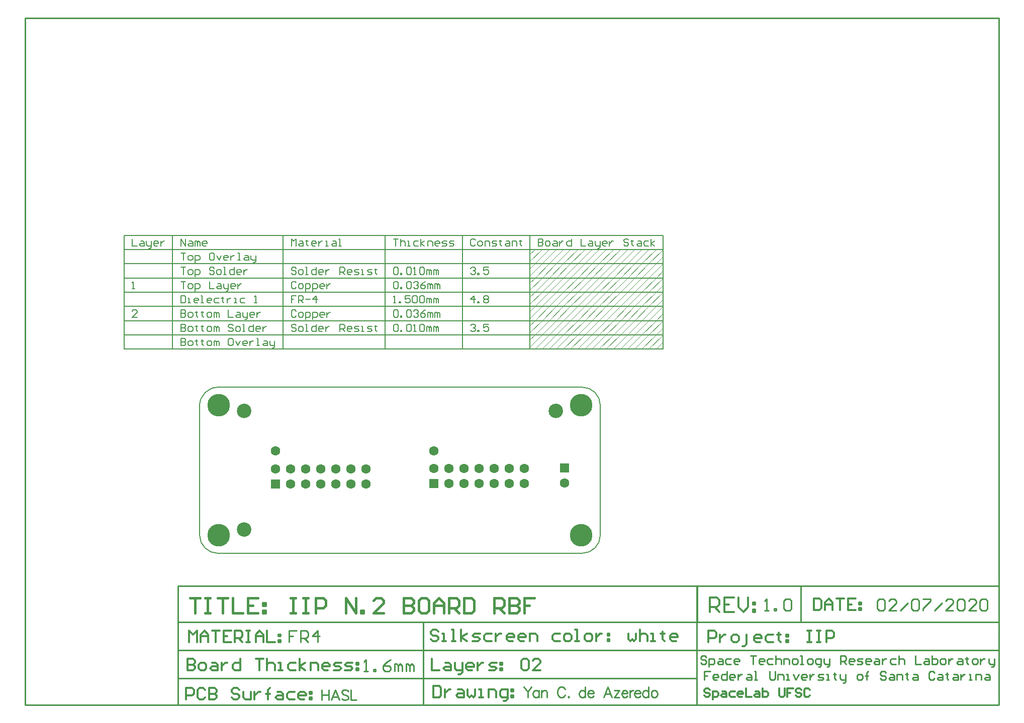
<source format=gts>
G04*
G04 #@! TF.GenerationSoftware,Altium Limited,Altium Designer,20.2.6 (244)*
G04*
G04 Layer_Color=8388736*
%FSLAX25Y25*%
%MOIN*%
G70*
G04*
G04 #@! TF.SameCoordinates,BC087348-C804-4798-9038-869343D915B4*
G04*
G04*
G04 #@! TF.FilePolarity,Negative*
G04*
G01*
G75*
%ADD10C,0.00787*%
%ADD11C,0.01000*%
%ADD14C,0.00100*%
%ADD15C,0.01378*%
%ADD16C,0.01575*%
%ADD17C,0.01299*%
%ADD19C,0.03594*%
%ADD20C,0.06299*%
%ADD21C,0.14961*%
%ADD22R,0.06299X0.06299*%
%ADD23R,0.06299X0.06299*%
G36*
X239421Y97388D02*
X240521Y94488D01*
X239421Y91388D01*
X236221Y90188D01*
X233120Y91388D01*
X231921Y94488D01*
X233120Y97588D01*
X236221Y98788D01*
X239421Y97388D01*
D02*
G37*
G36*
X32728Y97388D02*
X33828Y94488D01*
X32728Y91388D01*
X29528Y90188D01*
X26428Y91388D01*
X25228Y94488D01*
X26428Y97588D01*
X29528Y98788D01*
X32728Y97388D01*
D02*
G37*
G36*
X32728Y18648D02*
X33828Y15748D01*
X32728Y12648D01*
X29528Y11448D01*
X26428Y12648D01*
X25228Y15748D01*
X26428Y18848D01*
X29528Y20048D01*
X32728Y18648D01*
D02*
G37*
D10*
X0Y12067D02*
G03*
X12067Y0I12067J0D01*
G01*
X253681D02*
G03*
X265748Y12067I0J12067D01*
G01*
Y98264D02*
G03*
X253776Y110236I-11972J0D01*
G01*
X12359D02*
G03*
X0Y97877I0J-12359D01*
G01*
Y12067D02*
Y54331D01*
X12067Y0D02*
X253681D01*
X265748Y12067D02*
Y98264D01*
X12359Y110236D02*
X253776D01*
X0Y54331D02*
Y97877D01*
X-50128Y201648D02*
X307259D01*
X-50128Y211097D02*
X307259D01*
X-50128Y135506D02*
Y211097D01*
Y135506D02*
X-17851D01*
X-50128Y144955D02*
X-17851D01*
X-50128Y154404D02*
X-17851D01*
X-50128Y163853D02*
X-17851D01*
X-50128Y173302D02*
X-17851D01*
X-50128Y182751D02*
X-17851D01*
X-50128Y192199D02*
X-17851D01*
Y135506D02*
Y211097D01*
Y135506D02*
X55357D01*
X-17851Y144955D02*
X55357D01*
X-17851Y154404D02*
X55357D01*
X-17851Y163853D02*
X55357D01*
X-17851Y173302D02*
X55357D01*
X-17851Y182751D02*
X55357D01*
X-17851Y192199D02*
X55357D01*
Y135506D02*
Y211097D01*
Y135506D02*
X123055D01*
X55357Y144955D02*
X123055D01*
X55357Y154404D02*
X123055D01*
X55357Y163853D02*
X123055D01*
X55357Y173302D02*
X123055D01*
X55357Y182751D02*
X123055D01*
X55357Y192199D02*
X123055D01*
Y135506D02*
Y211097D01*
Y135506D02*
X174224D01*
X123055Y144955D02*
X174224D01*
X123055Y154404D02*
X174224D01*
X123055Y163853D02*
X174224D01*
X123055Y173302D02*
X174224D01*
X123055Y182751D02*
X174224D01*
X123055Y192199D02*
X174224D01*
Y135506D02*
Y211097D01*
Y135506D02*
X219094D01*
X174224Y144955D02*
X219094D01*
X174224Y154404D02*
X219094D01*
X174224Y163853D02*
X219094D01*
X174224Y173302D02*
X219094D01*
X174224Y182751D02*
X219094D01*
X174224Y192199D02*
X219094D01*
Y135506D02*
Y211097D01*
Y135506D02*
X307259D01*
X219094Y144955D02*
X307259D01*
X219094Y154404D02*
X307259D01*
X219094Y163853D02*
X307259D01*
X219094Y173302D02*
X307259D01*
X219094Y182751D02*
X307259D01*
X219094Y192199D02*
X307259D01*
Y135506D02*
Y211097D01*
X-44616Y208733D02*
Y204010D01*
X-41467D01*
X-39106Y207159D02*
X-37531D01*
X-36744Y206372D01*
Y204010D01*
X-39106D01*
X-39893Y204798D01*
X-39106Y205585D01*
X-36744D01*
X-35170Y207159D02*
Y204798D01*
X-34383Y204010D01*
X-32021D01*
Y203223D01*
X-32809Y202436D01*
X-33596D01*
X-32021Y204010D02*
Y207159D01*
X-28086Y204010D02*
X-29660D01*
X-30447Y204798D01*
Y206372D01*
X-29660Y207159D01*
X-28086D01*
X-27299Y206372D01*
Y205585D01*
X-30447D01*
X-25724Y207159D02*
Y204010D01*
Y205585D01*
X-24937Y206372D01*
X-24150Y207159D01*
X-23363D01*
X-41467Y156766D02*
X-44616D01*
X-41467Y159915D01*
Y160702D01*
X-42254Y161489D01*
X-43829D01*
X-44616Y160702D01*
Y175664D02*
X-43041D01*
X-43829D01*
Y180387D01*
X-44616Y179600D01*
X-12339Y204010D02*
Y208733D01*
X-9191Y204010D01*
Y208733D01*
X-6829Y207159D02*
X-5255D01*
X-4468Y206372D01*
Y204010D01*
X-6829D01*
X-7616Y204798D01*
X-6829Y205585D01*
X-4468D01*
X-2893Y204010D02*
Y207159D01*
X-2106D01*
X-1319Y206372D01*
Y204010D01*
Y206372D01*
X-532Y207159D01*
X255Y206372D01*
Y204010D01*
X4191D02*
X2617D01*
X1829Y204798D01*
Y206372D01*
X2617Y207159D01*
X4191D01*
X4978Y206372D01*
Y205585D01*
X1829D01*
X-12339Y142592D02*
Y137869D01*
X-9978D01*
X-9191Y138656D01*
Y139443D01*
X-9978Y140230D01*
X-12339D01*
X-9978D01*
X-9191Y141017D01*
Y141805D01*
X-9978Y142592D01*
X-12339D01*
X-6829Y137869D02*
X-5255D01*
X-4468Y138656D01*
Y140230D01*
X-5255Y141017D01*
X-6829D01*
X-7616Y140230D01*
Y138656D01*
X-6829Y137869D01*
X-2106Y141805D02*
Y141017D01*
X-2893D01*
X-1319D01*
X-2106D01*
Y138656D01*
X-1319Y137869D01*
X1829Y141805D02*
Y141017D01*
X1042D01*
X2617D01*
X1829D01*
Y138656D01*
X2617Y137869D01*
X5765D02*
X7339D01*
X8127Y138656D01*
Y140230D01*
X7339Y141017D01*
X5765D01*
X4978Y140230D01*
Y138656D01*
X5765Y137869D01*
X9701D02*
Y141017D01*
X10488D01*
X11275Y140230D01*
Y137869D01*
Y140230D01*
X12062Y141017D01*
X12849Y140230D01*
Y137869D01*
X21508Y142592D02*
X19934D01*
X19147Y141805D01*
Y138656D01*
X19934Y137869D01*
X21508D01*
X22295Y138656D01*
Y141805D01*
X21508Y142592D01*
X23870Y141017D02*
X25444Y137869D01*
X27018Y141017D01*
X30954Y137869D02*
X29380D01*
X28593Y138656D01*
Y140230D01*
X29380Y141017D01*
X30954D01*
X31741Y140230D01*
Y139443D01*
X28593D01*
X33315Y141017D02*
Y137869D01*
Y139443D01*
X34102Y140230D01*
X34890Y141017D01*
X35677D01*
X38038Y137869D02*
X39612D01*
X38825D01*
Y142592D01*
X38038D01*
X42761Y141017D02*
X44335D01*
X45123Y140230D01*
Y137869D01*
X42761D01*
X41974Y138656D01*
X42761Y139443D01*
X45123D01*
X46697Y141017D02*
Y138656D01*
X47484Y137869D01*
X49845D01*
Y137082D01*
X49058Y136294D01*
X48271D01*
X49845Y137869D02*
Y141017D01*
X-12339Y152040D02*
Y147318D01*
X-9978D01*
X-9191Y148105D01*
Y148892D01*
X-9978Y149679D01*
X-12339D01*
X-9978D01*
X-9191Y150466D01*
Y151253D01*
X-9978Y152040D01*
X-12339D01*
X-6829Y147318D02*
X-5255D01*
X-4468Y148105D01*
Y149679D01*
X-5255Y150466D01*
X-6829D01*
X-7616Y149679D01*
Y148105D01*
X-6829Y147318D01*
X-2106Y151253D02*
Y150466D01*
X-2893D01*
X-1319D01*
X-2106D01*
Y148105D01*
X-1319Y147318D01*
X1829Y151253D02*
Y150466D01*
X1042D01*
X2617D01*
X1829D01*
Y148105D01*
X2617Y147318D01*
X5765D02*
X7339D01*
X8127Y148105D01*
Y149679D01*
X7339Y150466D01*
X5765D01*
X4978Y149679D01*
Y148105D01*
X5765Y147318D01*
X9701D02*
Y150466D01*
X10488D01*
X11275Y149679D01*
Y147318D01*
Y149679D01*
X12062Y150466D01*
X12849Y149679D01*
Y147318D01*
X22295Y151253D02*
X21508Y152040D01*
X19934D01*
X19147Y151253D01*
Y150466D01*
X19934Y149679D01*
X21508D01*
X22295Y148892D01*
Y148105D01*
X21508Y147318D01*
X19934D01*
X19147Y148105D01*
X24657Y147318D02*
X26231D01*
X27018Y148105D01*
Y149679D01*
X26231Y150466D01*
X24657D01*
X23870Y149679D01*
Y148105D01*
X24657Y147318D01*
X28593D02*
X30167D01*
X29380D01*
Y152040D01*
X28593D01*
X35677D02*
Y147318D01*
X33315D01*
X32528Y148105D01*
Y149679D01*
X33315Y150466D01*
X35677D01*
X39612Y147318D02*
X38038D01*
X37251Y148105D01*
Y149679D01*
X38038Y150466D01*
X39612D01*
X40400Y149679D01*
Y148892D01*
X37251D01*
X41974Y150466D02*
Y147318D01*
Y148892D01*
X42761Y149679D01*
X43548Y150466D01*
X44335D01*
X-12339Y161489D02*
Y156766D01*
X-9978D01*
X-9191Y157554D01*
Y158341D01*
X-9978Y159128D01*
X-12339D01*
X-9978D01*
X-9191Y159915D01*
Y160702D01*
X-9978Y161489D01*
X-12339D01*
X-6829Y156766D02*
X-5255D01*
X-4468Y157554D01*
Y159128D01*
X-5255Y159915D01*
X-6829D01*
X-7616Y159128D01*
Y157554D01*
X-6829Y156766D01*
X-2106Y160702D02*
Y159915D01*
X-2893D01*
X-1319D01*
X-2106D01*
Y157554D01*
X-1319Y156766D01*
X1829Y160702D02*
Y159915D01*
X1042D01*
X2617D01*
X1829D01*
Y157554D01*
X2617Y156766D01*
X5765D02*
X7339D01*
X8127Y157554D01*
Y159128D01*
X7339Y159915D01*
X5765D01*
X4978Y159128D01*
Y157554D01*
X5765Y156766D01*
X9701D02*
Y159915D01*
X10488D01*
X11275Y159128D01*
Y156766D01*
Y159128D01*
X12062Y159915D01*
X12849Y159128D01*
Y156766D01*
X19147Y161489D02*
Y156766D01*
X22295D01*
X24657Y159915D02*
X26231D01*
X27018Y159128D01*
Y156766D01*
X24657D01*
X23870Y157554D01*
X24657Y158341D01*
X27018D01*
X28593Y159915D02*
Y157554D01*
X29380Y156766D01*
X31741D01*
Y155979D01*
X30954Y155192D01*
X30167D01*
X31741Y156766D02*
Y159915D01*
X35677Y156766D02*
X34102D01*
X33315Y157554D01*
Y159128D01*
X34102Y159915D01*
X35677D01*
X36464Y159128D01*
Y158341D01*
X33315D01*
X38038Y159915D02*
Y156766D01*
Y158341D01*
X38825Y159128D01*
X39612Y159915D01*
X40400D01*
X-12339Y170938D02*
Y166215D01*
X-9978D01*
X-9191Y167002D01*
Y170151D01*
X-9978Y170938D01*
X-12339D01*
X-7616Y166215D02*
X-6042D01*
X-6829D01*
Y169364D01*
X-7616D01*
X-1319Y166215D02*
X-2893D01*
X-3681Y167002D01*
Y168577D01*
X-2893Y169364D01*
X-1319D01*
X-532Y168577D01*
Y167789D01*
X-3681D01*
X1042Y166215D02*
X2617D01*
X1829D01*
Y170938D01*
X1042D01*
X7339Y166215D02*
X5765D01*
X4978Y167002D01*
Y168577D01*
X5765Y169364D01*
X7339D01*
X8127Y168577D01*
Y167789D01*
X4978D01*
X12849Y169364D02*
X10488D01*
X9701Y168577D01*
Y167002D01*
X10488Y166215D01*
X12849D01*
X15211Y170151D02*
Y169364D01*
X14424D01*
X15998D01*
X15211D01*
Y167002D01*
X15998Y166215D01*
X18360Y169364D02*
Y166215D01*
Y167789D01*
X19147Y168577D01*
X19934Y169364D01*
X20721D01*
X23083Y166215D02*
X24657D01*
X23870D01*
Y169364D01*
X23083D01*
X30167D02*
X27805D01*
X27018Y168577D01*
Y167002D01*
X27805Y166215D01*
X30167D01*
X36464D02*
X38038D01*
X37251D01*
Y170938D01*
X36464Y170151D01*
X-12339Y180387D02*
X-9191D01*
X-10765D01*
Y175664D01*
X-6829D02*
X-5255D01*
X-4468Y176451D01*
Y178025D01*
X-5255Y178813D01*
X-6829D01*
X-7616Y178025D01*
Y176451D01*
X-6829Y175664D01*
X-2893Y174090D02*
Y178813D01*
X-532D01*
X255Y178025D01*
Y176451D01*
X-532Y175664D01*
X-2893D01*
X6552Y180387D02*
Y175664D01*
X9701D01*
X12062Y178813D02*
X13637D01*
X14424Y178025D01*
Y175664D01*
X12062D01*
X11275Y176451D01*
X12062Y177238D01*
X14424D01*
X15998Y178813D02*
Y176451D01*
X16785Y175664D01*
X19147D01*
Y174877D01*
X18360Y174090D01*
X17572D01*
X19147Y175664D02*
Y178813D01*
X23082Y175664D02*
X21508D01*
X20721Y176451D01*
Y178025D01*
X21508Y178813D01*
X23082D01*
X23870Y178025D01*
Y177238D01*
X20721D01*
X25444Y178813D02*
Y175664D01*
Y177238D01*
X26231Y178025D01*
X27018Y178813D01*
X27805D01*
X-12339Y189836D02*
X-9191D01*
X-10765D01*
Y185113D01*
X-6829D02*
X-5255D01*
X-4468Y185900D01*
Y187474D01*
X-5255Y188261D01*
X-6829D01*
X-7616Y187474D01*
Y185900D01*
X-6829Y185113D01*
X-2893Y183538D02*
Y188261D01*
X-532D01*
X255Y187474D01*
Y185900D01*
X-532Y185113D01*
X-2893D01*
X9701Y189049D02*
X8914Y189836D01*
X7339D01*
X6552Y189049D01*
Y188261D01*
X7339Y187474D01*
X8914D01*
X9701Y186687D01*
Y185900D01*
X8914Y185113D01*
X7339D01*
X6552Y185900D01*
X12062Y185113D02*
X13637D01*
X14424Y185900D01*
Y187474D01*
X13637Y188261D01*
X12062D01*
X11275Y187474D01*
Y185900D01*
X12062Y185113D01*
X15998D02*
X17572D01*
X16785D01*
Y189836D01*
X15998D01*
X23083D02*
Y185113D01*
X20721D01*
X19934Y185900D01*
Y187474D01*
X20721Y188261D01*
X23083D01*
X27018Y185113D02*
X25444D01*
X24657Y185900D01*
Y187474D01*
X25444Y188261D01*
X27018D01*
X27805Y187474D01*
Y186687D01*
X24657D01*
X29380Y188261D02*
Y185113D01*
Y186687D01*
X30167Y187474D01*
X30954Y188261D01*
X31741D01*
X-12339Y199285D02*
X-9191D01*
X-10765D01*
Y194562D01*
X-6829D02*
X-5255D01*
X-4468Y195349D01*
Y196923D01*
X-5255Y197710D01*
X-6829D01*
X-7616Y196923D01*
Y195349D01*
X-6829Y194562D01*
X-2893Y192987D02*
Y197710D01*
X-532D01*
X255Y196923D01*
Y195349D01*
X-532Y194562D01*
X-2893D01*
X8914Y199285D02*
X7339D01*
X6552Y198497D01*
Y195349D01*
X7339Y194562D01*
X8914D01*
X9701Y195349D01*
Y198497D01*
X8914Y199285D01*
X11275Y197710D02*
X12849Y194562D01*
X14424Y197710D01*
X18360Y194562D02*
X16785D01*
X15998Y195349D01*
Y196923D01*
X16785Y197710D01*
X18360D01*
X19147Y196923D01*
Y196136D01*
X15998D01*
X20721Y197710D02*
Y194562D01*
Y196136D01*
X21508Y196923D01*
X22295Y197710D01*
X23082D01*
X25444Y194562D02*
X27018D01*
X26231D01*
Y199285D01*
X25444D01*
X30167Y197710D02*
X31741D01*
X32528Y196923D01*
Y194562D01*
X30167D01*
X29380Y195349D01*
X30167Y196136D01*
X32528D01*
X34102Y197710D02*
Y195349D01*
X34890Y194562D01*
X37251D01*
Y193774D01*
X36464Y192987D01*
X35677D01*
X37251Y194562D02*
Y197710D01*
X60869Y204010D02*
Y208733D01*
X62443Y207159D01*
X64018Y208733D01*
Y204010D01*
X66379Y207159D02*
X67953D01*
X68740Y206372D01*
Y204010D01*
X66379D01*
X65592Y204798D01*
X66379Y205585D01*
X68740D01*
X71102Y207946D02*
Y207159D01*
X70315D01*
X71889D01*
X71102D01*
Y204798D01*
X71889Y204010D01*
X76612D02*
X75038D01*
X74251Y204798D01*
Y206372D01*
X75038Y207159D01*
X76612D01*
X77399Y206372D01*
Y205585D01*
X74251D01*
X78974Y207159D02*
Y204010D01*
Y205585D01*
X79761Y206372D01*
X80548Y207159D01*
X81335D01*
X83696Y204010D02*
X85271D01*
X84483D01*
Y207159D01*
X83696D01*
X88419D02*
X89994D01*
X90781Y206372D01*
Y204010D01*
X88419D01*
X87632Y204798D01*
X88419Y205585D01*
X90781D01*
X92355Y204010D02*
X93929D01*
X93142D01*
Y208733D01*
X92355D01*
X64018Y151253D02*
X63231Y152040D01*
X61656D01*
X60869Y151253D01*
Y150466D01*
X61656Y149679D01*
X63231D01*
X64018Y148892D01*
Y148105D01*
X63231Y147318D01*
X61656D01*
X60869Y148105D01*
X66379Y147318D02*
X67953D01*
X68740Y148105D01*
Y149679D01*
X67953Y150466D01*
X66379D01*
X65592Y149679D01*
Y148105D01*
X66379Y147318D01*
X70315D02*
X71889D01*
X71102D01*
Y152040D01*
X70315D01*
X77399D02*
Y147318D01*
X75038D01*
X74251Y148105D01*
Y149679D01*
X75038Y150466D01*
X77399D01*
X81335Y147318D02*
X79761D01*
X78974Y148105D01*
Y149679D01*
X79761Y150466D01*
X81335D01*
X82122Y149679D01*
Y148892D01*
X78974D01*
X83696Y150466D02*
Y147318D01*
Y148892D01*
X84483Y149679D01*
X85271Y150466D01*
X86058D01*
X93142Y147318D02*
Y152040D01*
X95503D01*
X96291Y151253D01*
Y149679D01*
X95503Y148892D01*
X93142D01*
X94716D02*
X96291Y147318D01*
X100226D02*
X98652D01*
X97865Y148105D01*
Y149679D01*
X98652Y150466D01*
X100226D01*
X101014Y149679D01*
Y148892D01*
X97865D01*
X102588Y147318D02*
X104949D01*
X105736Y148105D01*
X104949Y148892D01*
X103375D01*
X102588Y149679D01*
X103375Y150466D01*
X105736D01*
X107311Y147318D02*
X108885D01*
X108098D01*
Y150466D01*
X107311D01*
X111247Y147318D02*
X113608D01*
X114395Y148105D01*
X113608Y148892D01*
X112034D01*
X111247Y149679D01*
X112034Y150466D01*
X114395D01*
X116756Y151253D02*
Y150466D01*
X115969D01*
X117544D01*
X116756D01*
Y148105D01*
X117544Y147318D01*
X64018Y160702D02*
X63231Y161489D01*
X61656D01*
X60869Y160702D01*
Y157554D01*
X61656Y156766D01*
X63231D01*
X64018Y157554D01*
X66379Y156766D02*
X67953D01*
X68740Y157554D01*
Y159128D01*
X67953Y159915D01*
X66379D01*
X65592Y159128D01*
Y157554D01*
X66379Y156766D01*
X70315Y155192D02*
Y159915D01*
X72676D01*
X73463Y159128D01*
Y157554D01*
X72676Y156766D01*
X70315D01*
X75038Y155192D02*
Y159915D01*
X77399D01*
X78186Y159128D01*
Y157554D01*
X77399Y156766D01*
X75038D01*
X82122D02*
X80548D01*
X79761Y157554D01*
Y159128D01*
X80548Y159915D01*
X82122D01*
X82909Y159128D01*
Y158341D01*
X79761D01*
X84483Y159915D02*
Y156766D01*
Y158341D01*
X85271Y159128D01*
X86058Y159915D01*
X86845D01*
X64018Y170938D02*
X60869D01*
Y168577D01*
X62443D01*
X60869D01*
Y166215D01*
X65592D02*
Y170938D01*
X67953D01*
X68740Y170151D01*
Y168577D01*
X67953Y167789D01*
X65592D01*
X67166D02*
X68740Y166215D01*
X70315Y168577D02*
X73463D01*
X77399Y166215D02*
Y170938D01*
X75038Y168577D01*
X78186D01*
X64018Y179600D02*
X63231Y180387D01*
X61656D01*
X60869Y179600D01*
Y176451D01*
X61656Y175664D01*
X63231D01*
X64018Y176451D01*
X66379Y175664D02*
X67953D01*
X68740Y176451D01*
Y178025D01*
X67953Y178813D01*
X66379D01*
X65592Y178025D01*
Y176451D01*
X66379Y175664D01*
X70315Y174090D02*
Y178813D01*
X72676D01*
X73463Y178025D01*
Y176451D01*
X72676Y175664D01*
X70315D01*
X75038Y174090D02*
Y178813D01*
X77399D01*
X78186Y178025D01*
Y176451D01*
X77399Y175664D01*
X75038D01*
X82122D02*
X80548D01*
X79761Y176451D01*
Y178025D01*
X80548Y178813D01*
X82122D01*
X82909Y178025D01*
Y177238D01*
X79761D01*
X84483Y178813D02*
Y175664D01*
Y177238D01*
X85271Y178025D01*
X86058Y178813D01*
X86845D01*
X64018Y189049D02*
X63231Y189836D01*
X61656D01*
X60869Y189049D01*
Y188261D01*
X61656Y187474D01*
X63231D01*
X64018Y186687D01*
Y185900D01*
X63231Y185113D01*
X61656D01*
X60869Y185900D01*
X66379Y185113D02*
X67953D01*
X68740Y185900D01*
Y187474D01*
X67953Y188261D01*
X66379D01*
X65592Y187474D01*
Y185900D01*
X66379Y185113D01*
X70315D02*
X71889D01*
X71102D01*
Y189836D01*
X70315D01*
X77399D02*
Y185113D01*
X75038D01*
X74251Y185900D01*
Y187474D01*
X75038Y188261D01*
X77399D01*
X81335Y185113D02*
X79761D01*
X78974Y185900D01*
Y187474D01*
X79761Y188261D01*
X81335D01*
X82122Y187474D01*
Y186687D01*
X78974D01*
X83696Y188261D02*
Y185113D01*
Y186687D01*
X84483Y187474D01*
X85271Y188261D01*
X86058D01*
X93142Y185113D02*
Y189836D01*
X95503D01*
X96291Y189049D01*
Y187474D01*
X95503Y186687D01*
X93142D01*
X94716D02*
X96291Y185113D01*
X100226D02*
X98652D01*
X97865Y185900D01*
Y187474D01*
X98652Y188261D01*
X100226D01*
X101014Y187474D01*
Y186687D01*
X97865D01*
X102588Y185113D02*
X104949D01*
X105736Y185900D01*
X104949Y186687D01*
X103375D01*
X102588Y187474D01*
X103375Y188261D01*
X105736D01*
X107311Y185113D02*
X108885D01*
X108098D01*
Y188261D01*
X107311D01*
X111247Y185113D02*
X113608D01*
X114395Y185900D01*
X113608Y186687D01*
X112034D01*
X111247Y187474D01*
X112034Y188261D01*
X114395D01*
X116756Y189049D02*
Y188261D01*
X115969D01*
X117544D01*
X116756D01*
Y185900D01*
X117544Y185113D01*
X128567Y208733D02*
X131716D01*
X130142D01*
Y204010D01*
X133290Y208733D02*
Y204010D01*
Y206372D01*
X134077Y207159D01*
X135652D01*
X136439Y206372D01*
Y204010D01*
X138013D02*
X139587D01*
X138800D01*
Y207159D01*
X138013D01*
X145097D02*
X142736D01*
X141949Y206372D01*
Y204798D01*
X142736Y204010D01*
X145097D01*
X146672D02*
Y208733D01*
Y205585D02*
X149033Y207159D01*
X146672Y205585D02*
X149033Y204010D01*
X151394D02*
Y207159D01*
X153756D01*
X154543Y206372D01*
Y204010D01*
X158479D02*
X156904D01*
X156117Y204798D01*
Y206372D01*
X156904Y207159D01*
X158479D01*
X159266Y206372D01*
Y205585D01*
X156117D01*
X160840Y204010D02*
X163202D01*
X163989Y204798D01*
X163202Y205585D01*
X161627D01*
X160840Y206372D01*
X161627Y207159D01*
X163989D01*
X165563Y204010D02*
X167925D01*
X168712Y204798D01*
X167925Y205585D01*
X166350D01*
X165563Y206372D01*
X166350Y207159D01*
X168712D01*
X128567Y151253D02*
X129354Y152040D01*
X130929D01*
X131716Y151253D01*
Y148105D01*
X130929Y147318D01*
X129354D01*
X128567Y148105D01*
Y151253D01*
X133290Y147318D02*
Y148105D01*
X134077D01*
Y147318D01*
X133290D01*
X137226Y151253D02*
X138013Y152040D01*
X139587D01*
X140375Y151253D01*
Y148105D01*
X139587Y147318D01*
X138013D01*
X137226Y148105D01*
Y151253D01*
X141949Y147318D02*
X143523D01*
X142736D01*
Y152040D01*
X141949Y151253D01*
X145885D02*
X146672Y152040D01*
X148246D01*
X149033Y151253D01*
Y148105D01*
X148246Y147318D01*
X146672D01*
X145885Y148105D01*
Y151253D01*
X150607Y147318D02*
Y150466D01*
X151394D01*
X152182Y149679D01*
Y147318D01*
Y149679D01*
X152969Y150466D01*
X153756Y149679D01*
Y147318D01*
X155330D02*
Y150466D01*
X156117D01*
X156904Y149679D01*
Y147318D01*
Y149679D01*
X157692Y150466D01*
X158479Y149679D01*
Y147318D01*
X128567Y160702D02*
X129354Y161489D01*
X130929D01*
X131716Y160702D01*
Y157554D01*
X130929Y156766D01*
X129354D01*
X128567Y157554D01*
Y160702D01*
X133290Y156766D02*
Y157554D01*
X134077D01*
Y156766D01*
X133290D01*
X137226Y160702D02*
X138013Y161489D01*
X139587D01*
X140375Y160702D01*
Y157554D01*
X139587Y156766D01*
X138013D01*
X137226Y157554D01*
Y160702D01*
X141949D02*
X142736Y161489D01*
X144310D01*
X145097Y160702D01*
Y159915D01*
X144310Y159128D01*
X143523D01*
X144310D01*
X145097Y158341D01*
Y157554D01*
X144310Y156766D01*
X142736D01*
X141949Y157554D01*
X149820Y161489D02*
X148246Y160702D01*
X146672Y159128D01*
Y157554D01*
X147459Y156766D01*
X149033D01*
X149820Y157554D01*
Y158341D01*
X149033Y159128D01*
X146672D01*
X151394Y156766D02*
Y159915D01*
X152182D01*
X152969Y159128D01*
Y156766D01*
Y159128D01*
X153756Y159915D01*
X154543Y159128D01*
Y156766D01*
X156117D02*
Y159915D01*
X156904D01*
X157692Y159128D01*
Y156766D01*
Y159128D01*
X158479Y159915D01*
X159266Y159128D01*
Y156766D01*
X128567Y166215D02*
X130142D01*
X129354D01*
Y170938D01*
X128567Y170151D01*
X132503Y166215D02*
Y167002D01*
X133290D01*
Y166215D01*
X132503D01*
X139587Y170938D02*
X136439D01*
Y168577D01*
X138013Y169364D01*
X138800D01*
X139587Y168577D01*
Y167002D01*
X138800Y166215D01*
X137226D01*
X136439Y167002D01*
X141162Y170151D02*
X141949Y170938D01*
X143523D01*
X144310Y170151D01*
Y167002D01*
X143523Y166215D01*
X141949D01*
X141162Y167002D01*
Y170151D01*
X145885D02*
X146672Y170938D01*
X148246D01*
X149033Y170151D01*
Y167002D01*
X148246Y166215D01*
X146672D01*
X145885Y167002D01*
Y170151D01*
X150607Y166215D02*
Y169364D01*
X151394D01*
X152182Y168577D01*
Y166215D01*
Y168577D01*
X152969Y169364D01*
X153756Y168577D01*
Y166215D01*
X155330D02*
Y169364D01*
X156117D01*
X156904Y168577D01*
Y166215D01*
Y168577D01*
X157692Y169364D01*
X158479Y168577D01*
Y166215D01*
X128567Y179600D02*
X129354Y180387D01*
X130929D01*
X131716Y179600D01*
Y176451D01*
X130929Y175664D01*
X129354D01*
X128567Y176451D01*
Y179600D01*
X133290Y175664D02*
Y176451D01*
X134077D01*
Y175664D01*
X133290D01*
X137226Y179600D02*
X138013Y180387D01*
X139587D01*
X140375Y179600D01*
Y176451D01*
X139587Y175664D01*
X138013D01*
X137226Y176451D01*
Y179600D01*
X141949D02*
X142736Y180387D01*
X144310D01*
X145097Y179600D01*
Y178813D01*
X144310Y178025D01*
X143523D01*
X144310D01*
X145097Y177238D01*
Y176451D01*
X144310Y175664D01*
X142736D01*
X141949Y176451D01*
X149820Y180387D02*
X148246Y179600D01*
X146672Y178025D01*
Y176451D01*
X147459Y175664D01*
X149033D01*
X149820Y176451D01*
Y177238D01*
X149033Y178025D01*
X146672D01*
X151394Y175664D02*
Y178813D01*
X152182D01*
X152969Y178025D01*
Y175664D01*
Y178025D01*
X153756Y178813D01*
X154543Y178025D01*
Y175664D01*
X156117D02*
Y178813D01*
X156904D01*
X157692Y178025D01*
Y175664D01*
Y178025D01*
X158479Y178813D01*
X159266Y178025D01*
Y175664D01*
X128567Y189049D02*
X129354Y189836D01*
X130929D01*
X131716Y189049D01*
Y185900D01*
X130929Y185113D01*
X129354D01*
X128567Y185900D01*
Y189049D01*
X133290Y185113D02*
Y185900D01*
X134077D01*
Y185113D01*
X133290D01*
X137226Y189049D02*
X138013Y189836D01*
X139587D01*
X140375Y189049D01*
Y185900D01*
X139587Y185113D01*
X138013D01*
X137226Y185900D01*
Y189049D01*
X141949Y185113D02*
X143523D01*
X142736D01*
Y189836D01*
X141949Y189049D01*
X145885D02*
X146672Y189836D01*
X148246D01*
X149033Y189049D01*
Y185900D01*
X148246Y185113D01*
X146672D01*
X145885Y185900D01*
Y189049D01*
X150607Y185113D02*
Y188261D01*
X151394D01*
X152182Y187474D01*
Y185113D01*
Y187474D01*
X152969Y188261D01*
X153756Y187474D01*
Y185113D01*
X155330D02*
Y188261D01*
X156117D01*
X156904Y187474D01*
Y185113D01*
Y187474D01*
X157692Y188261D01*
X158479Y187474D01*
Y185113D01*
X182884Y207946D02*
X182097Y208733D01*
X180523D01*
X179735Y207946D01*
Y204798D01*
X180523Y204010D01*
X182097D01*
X182884Y204798D01*
X185245Y204010D02*
X186820D01*
X187607Y204798D01*
Y206372D01*
X186820Y207159D01*
X185245D01*
X184458Y206372D01*
Y204798D01*
X185245Y204010D01*
X189181D02*
Y207159D01*
X191543D01*
X192330Y206372D01*
Y204010D01*
X193904D02*
X196265D01*
X197053Y204798D01*
X196265Y205585D01*
X194691D01*
X193904Y206372D01*
X194691Y207159D01*
X197053D01*
X199414Y207946D02*
Y207159D01*
X198627D01*
X200201D01*
X199414D01*
Y204798D01*
X200201Y204010D01*
X203350Y207159D02*
X204924D01*
X205711Y206372D01*
Y204010D01*
X203350D01*
X202563Y204798D01*
X203350Y205585D01*
X205711D01*
X207285Y204010D02*
Y207159D01*
X209647D01*
X210434Y206372D01*
Y204010D01*
X212795Y207946D02*
Y207159D01*
X212008D01*
X213583D01*
X212795D01*
Y204798D01*
X213583Y204010D01*
X179735Y151253D02*
X180523Y152040D01*
X182097D01*
X182884Y151253D01*
Y150466D01*
X182097Y149679D01*
X181310D01*
X182097D01*
X182884Y148892D01*
Y148105D01*
X182097Y147318D01*
X180523D01*
X179735Y148105D01*
X184458Y147318D02*
Y148105D01*
X185245D01*
Y147318D01*
X184458D01*
X191543Y152040D02*
X188394D01*
Y149679D01*
X189968Y150466D01*
X190755D01*
X191543Y149679D01*
Y148105D01*
X190755Y147318D01*
X189181D01*
X188394Y148105D01*
X182097Y166215D02*
Y170938D01*
X179735Y168577D01*
X182884D01*
X184458Y166215D02*
Y167002D01*
X185245D01*
Y166215D01*
X184458D01*
X188394Y170151D02*
X189181Y170938D01*
X190755D01*
X191543Y170151D01*
Y169364D01*
X190755Y168577D01*
X191543Y167789D01*
Y167002D01*
X190755Y166215D01*
X189181D01*
X188394Y167002D01*
Y167789D01*
X189181Y168577D01*
X188394Y169364D01*
Y170151D01*
X189181Y168577D02*
X190755D01*
X179735Y189049D02*
X180523Y189836D01*
X182097D01*
X182884Y189049D01*
Y188261D01*
X182097Y187474D01*
X181310D01*
X182097D01*
X182884Y186687D01*
Y185900D01*
X182097Y185113D01*
X180523D01*
X179735Y185900D01*
X184458Y185113D02*
Y185900D01*
X185245D01*
Y185113D01*
X184458D01*
X191543Y189836D02*
X188394D01*
Y187474D01*
X189968Y188261D01*
X190755D01*
X191543Y187474D01*
Y185900D01*
X190755Y185113D01*
X189181D01*
X188394Y185900D01*
X224606Y208733D02*
Y204010D01*
X226968D01*
X227755Y204798D01*
Y205585D01*
X226968Y206372D01*
X224606D01*
X226968D01*
X227755Y207159D01*
Y207946D01*
X226968Y208733D01*
X224606D01*
X230116Y204010D02*
X231691D01*
X232478Y204798D01*
Y206372D01*
X231691Y207159D01*
X230116D01*
X229329Y206372D01*
Y204798D01*
X230116Y204010D01*
X234839Y207159D02*
X236414D01*
X237201Y206372D01*
Y204010D01*
X234839D01*
X234052Y204798D01*
X234839Y205585D01*
X237201D01*
X238775Y207159D02*
Y204010D01*
Y205585D01*
X239562Y206372D01*
X240349Y207159D01*
X241136D01*
X246646Y208733D02*
Y204010D01*
X244285D01*
X243498Y204798D01*
Y206372D01*
X244285Y207159D01*
X246646D01*
X252944Y208733D02*
Y204010D01*
X256092D01*
X258454Y207159D02*
X260028D01*
X260815Y206372D01*
Y204010D01*
X258454D01*
X257666Y204798D01*
X258454Y205585D01*
X260815D01*
X262389Y207159D02*
Y204798D01*
X263176Y204010D01*
X265538D01*
Y203223D01*
X264751Y202436D01*
X263964D01*
X265538Y204010D02*
Y207159D01*
X269474Y204010D02*
X267899D01*
X267112Y204798D01*
Y206372D01*
X267899Y207159D01*
X269474D01*
X270261Y206372D01*
Y205585D01*
X267112D01*
X271835Y207159D02*
Y204010D01*
Y205585D01*
X272622Y206372D01*
X273409Y207159D01*
X274197D01*
X284429Y207946D02*
X283642Y208733D01*
X282068D01*
X281281Y207946D01*
Y207159D01*
X282068Y206372D01*
X283642D01*
X284429Y205585D01*
Y204798D01*
X283642Y204010D01*
X282068D01*
X281281Y204798D01*
X286791Y207946D02*
Y207159D01*
X286004D01*
X287578D01*
X286791D01*
Y204798D01*
X287578Y204010D01*
X290727Y207159D02*
X292301D01*
X293088Y206372D01*
Y204010D01*
X290727D01*
X289939Y204798D01*
X290727Y205585D01*
X293088D01*
X297811Y207159D02*
X295449D01*
X294662Y206372D01*
Y204798D01*
X295449Y204010D01*
X297811D01*
X299385D02*
Y208733D01*
Y205585D02*
X301747Y207159D01*
X299385Y205585D02*
X301747Y204010D01*
D11*
X33829Y15748D02*
G03*
X33829Y15748I-4301J0D01*
G01*
X33829Y94488D02*
G03*
X33829Y94488I-4301J0D01*
G01*
X240522Y94488D02*
G03*
X240522Y94488I-4301J0D01*
G01*
X-115650Y-100787D02*
X530020D01*
X-14469D02*
Y-21606D01*
X148463Y-100492D02*
Y-45565D01*
X-14173Y-83065D02*
X329429Y-83065D01*
X329713Y-100394D02*
Y-21803D01*
X-14173Y-64315D02*
X529713Y-64315D01*
X-13976Y-45565D02*
X529290Y-45565D01*
X-14469Y-21606D02*
X529713D01*
X-115650Y355264D02*
X530020D01*
X-115650Y-100787D02*
Y355264D01*
X530020Y-100433D02*
Y355264D01*
X329921Y-45228D02*
Y-21606D01*
X398709Y-45171D02*
Y-21555D01*
X81004Y-90728D02*
Y-97539D01*
X85545Y-90728D02*
Y-97539D01*
X81004Y-93972D02*
X85545D01*
X92615Y-97539D02*
X90021Y-90728D01*
X87426Y-97539D01*
X88399Y-95269D02*
X91642D01*
X98745Y-91701D02*
X98096Y-91053D01*
X97123Y-90728D01*
X95826D01*
X94853Y-91053D01*
X94204Y-91701D01*
Y-92350D01*
X94529Y-92999D01*
X94853Y-93323D01*
X95502Y-93647D01*
X97448Y-94296D01*
X98096Y-94620D01*
X98421Y-94945D01*
X98745Y-95593D01*
Y-96566D01*
X98096Y-97215D01*
X97123Y-97539D01*
X95826D01*
X94853Y-97215D01*
X94204Y-96566D01*
X100269Y-90728D02*
Y-97539D01*
X104162D01*
X214961Y-88760D02*
X217555Y-92003D01*
Y-95571D01*
X220150Y-88760D02*
X217555Y-92003D01*
X224918Y-91030D02*
Y-95571D01*
Y-92003D02*
X224269Y-91355D01*
X223620Y-91030D01*
X222647D01*
X221999Y-91355D01*
X221350Y-92003D01*
X221026Y-92976D01*
Y-93625D01*
X221350Y-94598D01*
X221999Y-95246D01*
X222647Y-95571D01*
X223620D01*
X224269Y-95246D01*
X224918Y-94598D01*
X226734Y-91030D02*
Y-95571D01*
Y-92327D02*
X227707Y-91355D01*
X228356Y-91030D01*
X229329D01*
X229977Y-91355D01*
X230302Y-92327D01*
Y-95571D01*
X242302Y-90381D02*
X241978Y-89733D01*
X241329Y-89084D01*
X240680Y-88760D01*
X239383D01*
X238734Y-89084D01*
X238086Y-89733D01*
X237761Y-90381D01*
X237437Y-91355D01*
Y-92976D01*
X237761Y-93949D01*
X238086Y-94598D01*
X238734Y-95246D01*
X239383Y-95571D01*
X240680D01*
X241329Y-95246D01*
X241978Y-94598D01*
X242302Y-93949D01*
X244540Y-94922D02*
X244216Y-95246D01*
X244540Y-95571D01*
X244864Y-95246D01*
X244540Y-94922D01*
X255600Y-88760D02*
Y-95571D01*
Y-92003D02*
X254951Y-91355D01*
X254303Y-91030D01*
X253329D01*
X252681Y-91355D01*
X252032Y-92003D01*
X251708Y-92976D01*
Y-93625D01*
X252032Y-94598D01*
X252681Y-95246D01*
X253329Y-95571D01*
X254303D01*
X254951Y-95246D01*
X255600Y-94598D01*
X257416Y-92976D02*
X261308D01*
Y-92327D01*
X260984Y-91679D01*
X260660Y-91355D01*
X260011Y-91030D01*
X259038D01*
X258389Y-91355D01*
X257740Y-92003D01*
X257416Y-92976D01*
Y-93625D01*
X257740Y-94598D01*
X258389Y-95246D01*
X259038Y-95571D01*
X260011D01*
X260660Y-95246D01*
X261308Y-94598D01*
X273308Y-95571D02*
X270714Y-88760D01*
X268119Y-95571D01*
X269092Y-93300D02*
X272336D01*
X278466Y-91030D02*
X274898Y-95571D01*
Y-91030D02*
X278466D01*
X274898Y-95571D02*
X278466D01*
X279892Y-92976D02*
X283785D01*
Y-92327D01*
X283460Y-91679D01*
X283136Y-91355D01*
X282487Y-91030D01*
X281514D01*
X280866Y-91355D01*
X280217Y-92003D01*
X279892Y-92976D01*
Y-93625D01*
X280217Y-94598D01*
X280866Y-95246D01*
X281514Y-95571D01*
X282487D01*
X283136Y-95246D01*
X283785Y-94598D01*
X285244Y-91030D02*
Y-95571D01*
Y-92976D02*
X285568Y-92003D01*
X286217Y-91355D01*
X286866Y-91030D01*
X287839D01*
X288455Y-92976D02*
X292347D01*
Y-92327D01*
X292023Y-91679D01*
X291698Y-91355D01*
X291050Y-91030D01*
X290077D01*
X289428Y-91355D01*
X288779Y-92003D01*
X288455Y-92976D01*
Y-93625D01*
X288779Y-94598D01*
X289428Y-95246D01*
X290077Y-95571D01*
X291050D01*
X291698Y-95246D01*
X292347Y-94598D01*
X297698Y-88760D02*
Y-95571D01*
Y-92003D02*
X297050Y-91355D01*
X296401Y-91030D01*
X295428D01*
X294779Y-91355D01*
X294131Y-92003D01*
X293807Y-92976D01*
Y-93625D01*
X294131Y-94598D01*
X294779Y-95246D01*
X295428Y-95571D01*
X296401D01*
X297050Y-95246D01*
X297698Y-94598D01*
X301136Y-91030D02*
X300488Y-91355D01*
X299839Y-92003D01*
X299515Y-92976D01*
Y-93625D01*
X299839Y-94598D01*
X300488Y-95246D01*
X301136Y-95571D01*
X302110D01*
X302758Y-95246D01*
X303407Y-94598D01*
X303731Y-93625D01*
Y-92976D01*
X303407Y-92003D01*
X302758Y-91355D01*
X302110Y-91030D01*
X301136D01*
X109153Y-78347D02*
X111674D01*
X110414D01*
Y-70786D01*
X109153Y-72046D01*
X115454Y-78347D02*
Y-77087D01*
X116714D01*
Y-78347D01*
X115454D01*
X126794Y-70786D02*
X124274Y-72046D01*
X121754Y-74566D01*
Y-77087D01*
X123014Y-78347D01*
X125534D01*
X126794Y-77087D01*
Y-75826D01*
X125534Y-74566D01*
X121754D01*
X129314Y-78347D02*
Y-73306D01*
X130574D01*
X131834Y-74566D01*
Y-78347D01*
Y-74566D01*
X133094Y-73306D01*
X134354Y-74566D01*
Y-78347D01*
X136874D02*
Y-73306D01*
X138134D01*
X139394Y-74566D01*
Y-78347D01*
Y-74566D01*
X140654Y-73306D01*
X141914Y-74566D01*
Y-78347D01*
X64458Y-51390D02*
X59418D01*
Y-55170D01*
X61938D01*
X59418D01*
Y-58950D01*
X66978D02*
Y-51390D01*
X70758D01*
X72018Y-52650D01*
Y-55170D01*
X70758Y-56430D01*
X66978D01*
X69498D02*
X72018Y-58950D01*
X78318D02*
Y-51390D01*
X74538Y-55170D01*
X79578D01*
X374803Y-37992D02*
X377323D01*
X376063D01*
Y-30432D01*
X374803Y-31692D01*
X381103Y-37992D02*
Y-36732D01*
X382363D01*
Y-37992D01*
X381103D01*
X387403Y-31692D02*
X388663Y-30432D01*
X391183D01*
X392443Y-31692D01*
Y-36732D01*
X391183Y-37992D01*
X388663D01*
X387403Y-36732D01*
Y-31692D01*
X449409D02*
X450669Y-30432D01*
X453190D01*
X454450Y-31692D01*
Y-36732D01*
X453190Y-37992D01*
X450669D01*
X449409Y-36732D01*
Y-31692D01*
X462010Y-37992D02*
X456969D01*
X462010Y-32952D01*
Y-31692D01*
X460749Y-30432D01*
X458229D01*
X456969Y-31692D01*
X464530Y-37992D02*
X469570Y-32952D01*
X472090Y-31692D02*
X473350Y-30432D01*
X475870D01*
X477130Y-31692D01*
Y-36732D01*
X475870Y-37992D01*
X473350D01*
X472090Y-36732D01*
Y-31692D01*
X479650Y-30432D02*
X484690D01*
Y-31692D01*
X479650Y-36732D01*
Y-37992D01*
X487210D02*
X492250Y-32952D01*
X499810Y-37992D02*
X494770D01*
X499810Y-32952D01*
Y-31692D01*
X498550Y-30432D01*
X496030D01*
X494770Y-31692D01*
X502330D02*
X503590Y-30432D01*
X506110D01*
X507370Y-31692D01*
Y-36732D01*
X506110Y-37992D01*
X503590D01*
X502330Y-36732D01*
Y-31692D01*
X514930Y-37992D02*
X509890D01*
X514930Y-32952D01*
Y-31692D01*
X513670Y-30432D01*
X511150D01*
X509890Y-31692D01*
X517450D02*
X518710Y-30432D01*
X521230D01*
X522490Y-31692D01*
Y-36732D01*
X521230Y-37992D01*
X518710D01*
X517450Y-36732D01*
Y-31692D01*
X335957Y-69030D02*
X335038Y-68112D01*
X333202D01*
X332283Y-69030D01*
Y-69949D01*
X333202Y-70867D01*
X335038D01*
X335957Y-71785D01*
Y-72704D01*
X335038Y-73622D01*
X333202D01*
X332283Y-72704D01*
X337793Y-75459D02*
Y-69949D01*
X340548D01*
X341467Y-70867D01*
Y-72704D01*
X340548Y-73622D01*
X337793D01*
X344222Y-69949D02*
X346059D01*
X346977Y-70867D01*
Y-73622D01*
X344222D01*
X343303Y-72704D01*
X344222Y-71785D01*
X346977D01*
X352487Y-69949D02*
X349732D01*
X348814Y-70867D01*
Y-72704D01*
X349732Y-73622D01*
X352487D01*
X357079D02*
X355242D01*
X354324Y-72704D01*
Y-70867D01*
X355242Y-69949D01*
X357079D01*
X357997Y-70867D01*
Y-71785D01*
X354324D01*
X365344Y-68112D02*
X369017D01*
X367180D01*
Y-73622D01*
X373609D02*
X371772D01*
X370854Y-72704D01*
Y-70867D01*
X371772Y-69949D01*
X373609D01*
X374527Y-70867D01*
Y-71785D01*
X370854D01*
X380037Y-69949D02*
X377282D01*
X376364Y-70867D01*
Y-72704D01*
X377282Y-73622D01*
X380037D01*
X381874Y-68112D02*
Y-73622D01*
Y-70867D01*
X382792Y-69949D01*
X384629D01*
X385547Y-70867D01*
Y-73622D01*
X387384D02*
Y-69949D01*
X390139D01*
X391057Y-70867D01*
Y-73622D01*
X393812D02*
X395649D01*
X396567Y-72704D01*
Y-70867D01*
X395649Y-69949D01*
X393812D01*
X392894Y-70867D01*
Y-72704D01*
X393812Y-73622D01*
X398404D02*
X400241D01*
X399322D01*
Y-68112D01*
X398404D01*
X403914Y-73622D02*
X405751D01*
X406669Y-72704D01*
Y-70867D01*
X405751Y-69949D01*
X403914D01*
X402995Y-70867D01*
Y-72704D01*
X403914Y-73622D01*
X410342Y-75459D02*
X411261D01*
X412179Y-74540D01*
Y-69949D01*
X409424D01*
X408505Y-70867D01*
Y-72704D01*
X409424Y-73622D01*
X412179D01*
X414016Y-69949D02*
Y-72704D01*
X414934Y-73622D01*
X417689D01*
Y-74540D01*
X416771Y-75459D01*
X415852D01*
X417689Y-73622D02*
Y-69949D01*
X425036Y-73622D02*
Y-68112D01*
X427791D01*
X428709Y-69030D01*
Y-70867D01*
X427791Y-71785D01*
X425036D01*
X426872D02*
X428709Y-73622D01*
X433301D02*
X431464D01*
X430546Y-72704D01*
Y-70867D01*
X431464Y-69949D01*
X433301D01*
X434219Y-70867D01*
Y-71785D01*
X430546D01*
X436056Y-73622D02*
X438811D01*
X439729Y-72704D01*
X438811Y-71785D01*
X436974D01*
X436056Y-70867D01*
X436974Y-69949D01*
X439729D01*
X444321Y-73622D02*
X442484D01*
X441566Y-72704D01*
Y-70867D01*
X442484Y-69949D01*
X444321D01*
X445239Y-70867D01*
Y-71785D01*
X441566D01*
X447994Y-69949D02*
X449831D01*
X450749Y-70867D01*
Y-73622D01*
X447994D01*
X447076Y-72704D01*
X447994Y-71785D01*
X450749D01*
X452586Y-69949D02*
Y-73622D01*
Y-71785D01*
X453504Y-70867D01*
X454423Y-69949D01*
X455341D01*
X461769D02*
X459014D01*
X458096Y-70867D01*
Y-72704D01*
X459014Y-73622D01*
X461769D01*
X463606Y-68112D02*
Y-73622D01*
Y-70867D01*
X464524Y-69949D01*
X466361D01*
X467279Y-70867D01*
Y-73622D01*
X474626Y-68112D02*
Y-73622D01*
X478299D01*
X481054Y-69949D02*
X482891D01*
X483809Y-70867D01*
Y-73622D01*
X481054D01*
X480136Y-72704D01*
X481054Y-71785D01*
X483809D01*
X485646Y-68112D02*
Y-73622D01*
X488401D01*
X489319Y-72704D01*
Y-71785D01*
Y-70867D01*
X488401Y-69949D01*
X485646D01*
X492074Y-73622D02*
X493911D01*
X494829Y-72704D01*
Y-70867D01*
X493911Y-69949D01*
X492074D01*
X491156Y-70867D01*
Y-72704D01*
X492074Y-73622D01*
X496666Y-69949D02*
Y-73622D01*
Y-71785D01*
X497584Y-70867D01*
X498503Y-69949D01*
X499421D01*
X503094D02*
X504931D01*
X505849Y-70867D01*
Y-73622D01*
X503094D01*
X502176Y-72704D01*
X503094Y-71785D01*
X505849D01*
X508604Y-69030D02*
Y-69949D01*
X507686D01*
X509523D01*
X508604D01*
Y-72704D01*
X509523Y-73622D01*
X513196D02*
X515033D01*
X515951Y-72704D01*
Y-70867D01*
X515033Y-69949D01*
X513196D01*
X512278Y-70867D01*
Y-72704D01*
X513196Y-73622D01*
X517788Y-69949D02*
Y-73622D01*
Y-71785D01*
X518706Y-70867D01*
X519625Y-69949D01*
X520543D01*
X523298D02*
Y-72704D01*
X524216Y-73622D01*
X526971D01*
Y-74540D01*
X526053Y-75459D01*
X525135D01*
X526971Y-73622D02*
Y-69949D01*
X338516Y-78545D02*
X334842D01*
Y-81300D01*
X336679D01*
X334842D01*
Y-84055D01*
X343108D02*
X341271D01*
X340353Y-83137D01*
Y-81300D01*
X341271Y-80382D01*
X343108D01*
X344026Y-81300D01*
Y-82218D01*
X340353D01*
X349536Y-78545D02*
Y-84055D01*
X346781D01*
X345863Y-83137D01*
Y-81300D01*
X346781Y-80382D01*
X349536D01*
X354128Y-84055D02*
X352291D01*
X351373Y-83137D01*
Y-81300D01*
X352291Y-80382D01*
X354128D01*
X355046Y-81300D01*
Y-82218D01*
X351373D01*
X356883Y-80382D02*
Y-84055D01*
Y-82218D01*
X357801Y-81300D01*
X358719Y-80382D01*
X359638D01*
X363311D02*
X365148D01*
X366066Y-81300D01*
Y-84055D01*
X363311D01*
X362393Y-83137D01*
X363311Y-82218D01*
X366066D01*
X367903Y-84055D02*
X369739D01*
X368821D01*
Y-78545D01*
X367903D01*
X378004D02*
Y-83137D01*
X378923Y-84055D01*
X380759D01*
X381678Y-83137D01*
Y-78545D01*
X383514Y-84055D02*
Y-80382D01*
X386269D01*
X387188Y-81300D01*
Y-84055D01*
X389024D02*
X390861D01*
X389943D01*
Y-80382D01*
X389024D01*
X393616D02*
X395453Y-84055D01*
X397289Y-80382D01*
X401881Y-84055D02*
X400044D01*
X399126Y-83137D01*
Y-81300D01*
X400044Y-80382D01*
X401881D01*
X402800Y-81300D01*
Y-82218D01*
X399126D01*
X404636Y-80382D02*
Y-84055D01*
Y-82218D01*
X405555Y-81300D01*
X406473Y-80382D01*
X407391D01*
X410146Y-84055D02*
X412901D01*
X413820Y-83137D01*
X412901Y-82218D01*
X411065D01*
X410146Y-81300D01*
X411065Y-80382D01*
X413820D01*
X415656Y-84055D02*
X417493D01*
X416575D01*
Y-80382D01*
X415656D01*
X421166Y-79463D02*
Y-80382D01*
X420248D01*
X422085D01*
X421166D01*
Y-83137D01*
X422085Y-84055D01*
X424840Y-80382D02*
Y-83137D01*
X425758Y-84055D01*
X428513D01*
Y-84974D01*
X427595Y-85892D01*
X426676D01*
X428513Y-84055D02*
Y-80382D01*
X436778Y-84055D02*
X438615D01*
X439533Y-83137D01*
Y-81300D01*
X438615Y-80382D01*
X436778D01*
X435860Y-81300D01*
Y-83137D01*
X436778Y-84055D01*
X442288D02*
Y-79463D01*
Y-81300D01*
X441370D01*
X443207D01*
X442288D01*
Y-79463D01*
X443207Y-78545D01*
X455145Y-79463D02*
X454226Y-78545D01*
X452390D01*
X451472Y-79463D01*
Y-80382D01*
X452390Y-81300D01*
X454226D01*
X455145Y-82218D01*
Y-83137D01*
X454226Y-84055D01*
X452390D01*
X451472Y-83137D01*
X457900Y-80382D02*
X459736D01*
X460655Y-81300D01*
Y-84055D01*
X457900D01*
X456982Y-83137D01*
X457900Y-82218D01*
X460655D01*
X462492Y-84055D02*
Y-80382D01*
X465247D01*
X466165Y-81300D01*
Y-84055D01*
X468920Y-79463D02*
Y-80382D01*
X468002D01*
X469838D01*
X468920D01*
Y-83137D01*
X469838Y-84055D01*
X473512Y-80382D02*
X475348D01*
X476267Y-81300D01*
Y-84055D01*
X473512D01*
X472593Y-83137D01*
X473512Y-82218D01*
X476267D01*
X487287Y-79463D02*
X486368Y-78545D01*
X484532D01*
X483613Y-79463D01*
Y-83137D01*
X484532Y-84055D01*
X486368D01*
X487287Y-83137D01*
X490042Y-80382D02*
X491878D01*
X492797Y-81300D01*
Y-84055D01*
X490042D01*
X489123Y-83137D01*
X490042Y-82218D01*
X492797D01*
X495552Y-79463D02*
Y-80382D01*
X494633D01*
X496470D01*
X495552D01*
Y-83137D01*
X496470Y-84055D01*
X500143Y-80382D02*
X501980D01*
X502898Y-81300D01*
Y-84055D01*
X500143D01*
X499225Y-83137D01*
X500143Y-82218D01*
X502898D01*
X504735Y-80382D02*
Y-84055D01*
Y-82218D01*
X505653Y-81300D01*
X506572Y-80382D01*
X507490D01*
X510245Y-84055D02*
X512082D01*
X511164D01*
Y-80382D01*
X510245D01*
X514837Y-84055D02*
Y-80382D01*
X517592D01*
X518510Y-81300D01*
Y-84055D01*
X521265Y-80382D02*
X523102D01*
X524020Y-81300D01*
Y-84055D01*
X521265D01*
X520347Y-83137D01*
X521265Y-82218D01*
X524020D01*
D14*
X302534Y135506D02*
X307259Y140231D01*
X297810Y135506D02*
X307259Y144955D01*
X293085Y135506D02*
X302534Y144955D01*
X288361Y135506D02*
X297810Y144955D01*
X283636Y135506D02*
X293085Y144955D01*
X278912Y135506D02*
X288361Y144955D01*
X274188Y135506D02*
X283636Y144955D01*
X269463Y135506D02*
X278912Y144955D01*
X264739Y135506D02*
X274188Y144955D01*
X260014Y135506D02*
X269463Y144955D01*
X255290Y135506D02*
X264739Y144955D01*
X250566Y135506D02*
X260014Y144955D01*
X245841Y135506D02*
X255290Y144955D01*
X241117Y135506D02*
X250566Y144955D01*
X236392Y135506D02*
X245841Y144955D01*
X231668Y135506D02*
X241117Y144955D01*
X226943Y135506D02*
X236392Y144955D01*
X222219Y135506D02*
X231668Y144955D01*
X219094Y137106D02*
X226943Y144955D01*
X219094Y141831D02*
X222219Y144955D01*
X302534D02*
X307259Y149680D01*
X297810Y144955D02*
X307259Y154404D01*
X293085Y144955D02*
X302534Y154404D01*
X288361Y144955D02*
X297810Y154404D01*
X283636Y144955D02*
X293085Y154404D01*
X278912Y144955D02*
X288361Y154404D01*
X274188Y144955D02*
X283636Y154404D01*
X269463Y144955D02*
X278912Y154404D01*
X264739Y144955D02*
X274188Y154404D01*
X260014Y144955D02*
X269463Y154404D01*
X255290Y144955D02*
X264739Y154404D01*
X250566Y144955D02*
X260014Y154404D01*
X245841Y144955D02*
X255290Y154404D01*
X241117Y144955D02*
X250566Y154404D01*
X236392Y144955D02*
X245841Y154404D01*
X231668Y144955D02*
X241117Y154404D01*
X226943Y144955D02*
X236392Y154404D01*
X222219Y144955D02*
X231668Y154404D01*
X219094Y146555D02*
X226943Y154404D01*
X219094Y151279D02*
X222219Y154404D01*
X302534D02*
X307259Y159129D01*
X297810Y154404D02*
X307259Y163853D01*
X293085Y154404D02*
X302534Y163853D01*
X288361Y154404D02*
X297810Y163853D01*
X283636Y154404D02*
X293085Y163853D01*
X278912Y154404D02*
X288361Y163853D01*
X274188Y154404D02*
X283636Y163853D01*
X269463Y154404D02*
X278912Y163853D01*
X264739Y154404D02*
X274188Y163853D01*
X260014Y154404D02*
X269463Y163853D01*
X255290Y154404D02*
X264739Y163853D01*
X250566Y154404D02*
X260014Y163853D01*
X245841Y154404D02*
X255290Y163853D01*
X241117Y154404D02*
X250566Y163853D01*
X236392Y154404D02*
X245841Y163853D01*
X231668Y154404D02*
X241117Y163853D01*
X226943Y154404D02*
X236392Y163853D01*
X222219Y154404D02*
X231668Y163853D01*
X219094Y156004D02*
X226943Y163853D01*
X219094Y160728D02*
X222219Y163853D01*
X302534D02*
X307259Y168577D01*
X297810Y163853D02*
X307259Y173302D01*
X293085Y163853D02*
X302534Y173302D01*
X288361Y163853D02*
X297810Y173302D01*
X283636Y163853D02*
X293085Y173302D01*
X278912Y163853D02*
X288361Y173302D01*
X274188Y163853D02*
X283636Y173302D01*
X269463Y163853D02*
X278912Y173302D01*
X264739Y163853D02*
X274188Y173302D01*
X260014Y163853D02*
X269463Y173302D01*
X255290Y163853D02*
X264739Y173302D01*
X250566Y163853D02*
X260014Y173302D01*
X245841Y163853D02*
X255290Y173302D01*
X241117Y163853D02*
X250566Y173302D01*
X236392Y163853D02*
X245841Y173302D01*
X231668Y163853D02*
X241117Y173302D01*
X226943Y163853D02*
X236392Y173302D01*
X222219Y163853D02*
X231668Y173302D01*
X219094Y165453D02*
X226943Y173302D01*
X219094Y170177D02*
X222219Y173302D01*
X302534D02*
X307259Y178026D01*
X297810Y173302D02*
X307259Y182751D01*
X293085Y173302D02*
X302534Y182751D01*
X288361Y173302D02*
X297810Y182751D01*
X283636Y173302D02*
X293085Y182751D01*
X278912Y173302D02*
X288361Y182751D01*
X274188Y173302D02*
X283636Y182751D01*
X269463Y173302D02*
X278912Y182751D01*
X264739Y173302D02*
X274188Y182751D01*
X260014Y173302D02*
X269463Y182751D01*
X255290Y173302D02*
X264739Y182751D01*
X250566Y173302D02*
X260014Y182751D01*
X245841Y173302D02*
X255290Y182751D01*
X241117Y173302D02*
X250566Y182751D01*
X236392Y173302D02*
X245841Y182751D01*
X231668Y173302D02*
X241117Y182751D01*
X226943Y173302D02*
X236392Y182751D01*
X222219Y173302D02*
X231668Y182751D01*
X219094Y174902D02*
X226943Y182751D01*
X219094Y179626D02*
X222219Y182751D01*
X302534D02*
X307259Y187475D01*
X297810Y182751D02*
X307259Y192199D01*
X293085Y182751D02*
X302534Y192199D01*
X288361Y182751D02*
X297810Y192199D01*
X283636Y182751D02*
X293085Y192199D01*
X278912Y182751D02*
X288361Y192199D01*
X274188Y182751D02*
X283636Y192199D01*
X269463Y182751D02*
X278912Y192199D01*
X264739Y182751D02*
X274188Y192199D01*
X260014Y182751D02*
X269463Y192199D01*
X255290Y182751D02*
X264739Y192199D01*
X250566Y182751D02*
X260014Y192199D01*
X245841Y182751D02*
X255290Y192199D01*
X241117Y182751D02*
X250566Y192199D01*
X236392Y182751D02*
X245841Y192199D01*
X231668Y182751D02*
X241117Y192199D01*
X226943Y182751D02*
X236392Y192199D01*
X222219Y182751D02*
X231668Y192199D01*
X219094Y184350D02*
X226943Y192199D01*
X219094Y189075D02*
X222219Y192199D01*
X302534D02*
X307259Y196924D01*
X297810Y192199D02*
X307259Y201648D01*
X293085Y192199D02*
X302534Y201648D01*
X288361Y192199D02*
X297810Y201648D01*
X283636Y192199D02*
X293085Y201648D01*
X278912Y192199D02*
X288361Y201648D01*
X274188Y192199D02*
X283636Y201648D01*
X269463Y192199D02*
X278912Y201648D01*
X264739Y192199D02*
X274188Y201648D01*
X260014Y192199D02*
X269463Y201648D01*
X255290Y192199D02*
X264739Y201648D01*
X250566Y192199D02*
X260014Y201648D01*
X245841Y192199D02*
X255290Y201648D01*
X241117Y192199D02*
X250566Y201648D01*
X236392Y192199D02*
X245841Y201648D01*
X231668Y192199D02*
X241117Y201648D01*
X226943Y192199D02*
X236392Y201648D01*
X222219Y192199D02*
X231668Y201648D01*
X219094Y193799D02*
X226943Y201648D01*
X219094Y198524D02*
X222219Y201648D01*
D15*
X154134Y-70196D02*
Y-77756D01*
X159174D01*
X162954Y-72716D02*
X165474D01*
X166734Y-73976D01*
Y-77756D01*
X162954D01*
X161694Y-76496D01*
X162954Y-75236D01*
X166734D01*
X169254Y-72716D02*
Y-76496D01*
X170514Y-77756D01*
X174294D01*
Y-79016D01*
X173034Y-80276D01*
X171774D01*
X174294Y-77756D02*
Y-72716D01*
X180594Y-77756D02*
X178074D01*
X176814Y-76496D01*
Y-73976D01*
X178074Y-72716D01*
X180594D01*
X181854Y-73976D01*
Y-75236D01*
X176814D01*
X184374Y-72716D02*
Y-77756D01*
Y-75236D01*
X185634Y-73976D01*
X186894Y-72716D01*
X188154D01*
X191934Y-77756D02*
X195714D01*
X196974Y-76496D01*
X195714Y-75236D01*
X193194D01*
X191934Y-73976D01*
X193194Y-72716D01*
X196974D01*
X199494D02*
X200754D01*
Y-73976D01*
X199494D01*
Y-72716D01*
Y-76496D02*
X200754D01*
Y-77756D01*
X199494D01*
Y-76496D01*
X213354Y-71456D02*
X214614Y-70196D01*
X217134D01*
X218394Y-71456D01*
Y-76496D01*
X217134Y-77756D01*
X214614D01*
X213354Y-76496D01*
Y-71456D01*
X225954Y-77756D02*
X220914D01*
X225954Y-72716D01*
Y-71456D01*
X224694Y-70196D01*
X222174D01*
X220914Y-71456D01*
X-8111Y-70140D02*
Y-77700D01*
X-4332D01*
X-3071Y-76440D01*
Y-75180D01*
X-4332Y-73920D01*
X-8111D01*
X-4332D01*
X-3071Y-72660D01*
Y-71400D01*
X-4332Y-70140D01*
X-8111D01*
X709Y-77700D02*
X3229D01*
X4489Y-76440D01*
Y-73920D01*
X3229Y-72660D01*
X709D01*
X-551Y-73920D01*
Y-76440D01*
X709Y-77700D01*
X8269Y-72660D02*
X10789D01*
X12049Y-73920D01*
Y-77700D01*
X8269D01*
X7009Y-76440D01*
X8269Y-75180D01*
X12049D01*
X14569Y-72660D02*
Y-77700D01*
Y-75180D01*
X15829Y-73920D01*
X17089Y-72660D01*
X18349D01*
X27169Y-70140D02*
Y-77700D01*
X23389D01*
X22129Y-76440D01*
Y-73920D01*
X23389Y-72660D01*
X27169D01*
X37249Y-70140D02*
X42289D01*
X39769D01*
Y-77700D01*
X44809Y-70140D02*
Y-77700D01*
Y-73920D01*
X46069Y-72660D01*
X48589D01*
X49849Y-73920D01*
Y-77700D01*
X52369D02*
X54889D01*
X53629D01*
Y-72660D01*
X52369D01*
X63709D02*
X59929D01*
X58669Y-73920D01*
Y-76440D01*
X59929Y-77700D01*
X63709D01*
X66229D02*
Y-70140D01*
Y-75180D02*
X70009Y-72660D01*
X66229Y-75180D02*
X70009Y-77700D01*
X73789D02*
Y-72660D01*
X77569D01*
X78829Y-73920D01*
Y-77700D01*
X85129D02*
X82609D01*
X81349Y-76440D01*
Y-73920D01*
X82609Y-72660D01*
X85129D01*
X86389Y-73920D01*
Y-75180D01*
X81349D01*
X88909Y-77700D02*
X92689D01*
X93949Y-76440D01*
X92689Y-75180D01*
X90169D01*
X88909Y-73920D01*
X90169Y-72660D01*
X93949D01*
X96469Y-77700D02*
X100249D01*
X101509Y-76440D01*
X100249Y-75180D01*
X97729D01*
X96469Y-73920D01*
X97729Y-72660D01*
X101509D01*
X104029D02*
X105289D01*
Y-73920D01*
X104029D01*
Y-72660D01*
Y-76440D02*
X105289D01*
Y-77700D01*
X104029D01*
Y-76440D01*
X158387Y-52066D02*
X157126Y-50806D01*
X154606D01*
X153347Y-52066D01*
Y-53326D01*
X154606Y-54586D01*
X157126D01*
X158387Y-55846D01*
Y-57106D01*
X157126Y-58366D01*
X154606D01*
X153347Y-57106D01*
X160907Y-58366D02*
X163426D01*
X162167D01*
Y-53326D01*
X160907D01*
X167207Y-58366D02*
X169727D01*
X168467D01*
Y-50806D01*
X167207D01*
X173507Y-58366D02*
Y-50806D01*
Y-55846D02*
X177287Y-53326D01*
X173507Y-55846D02*
X177287Y-58366D01*
X181067D02*
X184847D01*
X186107Y-57106D01*
X184847Y-55846D01*
X182327D01*
X181067Y-54586D01*
X182327Y-53326D01*
X186107D01*
X193667D02*
X189887D01*
X188627Y-54586D01*
Y-57106D01*
X189887Y-58366D01*
X193667D01*
X196187Y-53326D02*
Y-58366D01*
Y-55846D01*
X197447Y-54586D01*
X198707Y-53326D01*
X199967D01*
X207527Y-58366D02*
X205007D01*
X203747Y-57106D01*
Y-54586D01*
X205007Y-53326D01*
X207527D01*
X208787Y-54586D01*
Y-55846D01*
X203747D01*
X215087Y-58366D02*
X212567D01*
X211307Y-57106D01*
Y-54586D01*
X212567Y-53326D01*
X215087D01*
X216347Y-54586D01*
Y-55846D01*
X211307D01*
X218867Y-58366D02*
Y-53326D01*
X222647D01*
X223907Y-54586D01*
Y-58366D01*
X239027Y-53326D02*
X235247D01*
X233987Y-54586D01*
Y-57106D01*
X235247Y-58366D01*
X239027D01*
X242807D02*
X245327D01*
X246587Y-57106D01*
Y-54586D01*
X245327Y-53326D01*
X242807D01*
X241547Y-54586D01*
Y-57106D01*
X242807Y-58366D01*
X249107D02*
X251627D01*
X250367D01*
Y-50806D01*
X249107D01*
X256667Y-58366D02*
X259187D01*
X260447Y-57106D01*
Y-54586D01*
X259187Y-53326D01*
X256667D01*
X255407Y-54586D01*
Y-57106D01*
X256667Y-58366D01*
X262967Y-53326D02*
Y-58366D01*
Y-55846D01*
X264227Y-54586D01*
X265487Y-53326D01*
X266747D01*
X270527D02*
X271787D01*
Y-54586D01*
X270527D01*
Y-53326D01*
Y-57106D02*
X271787D01*
Y-58366D01*
X270527D01*
Y-57106D01*
X284387Y-53326D02*
Y-57106D01*
X285648Y-58366D01*
X286908Y-57106D01*
X288168Y-58366D01*
X289428Y-57106D01*
Y-53326D01*
X291948Y-50806D02*
Y-58366D01*
Y-54586D01*
X293208Y-53326D01*
X295728D01*
X296988Y-54586D01*
Y-58366D01*
X299508D02*
X302028D01*
X300768D01*
Y-53326D01*
X299508D01*
X307068Y-52066D02*
Y-53326D01*
X305808D01*
X308328D01*
X307068D01*
Y-57106D01*
X308328Y-58366D01*
X315888D02*
X313368D01*
X312108Y-57106D01*
Y-54586D01*
X313368Y-53326D01*
X315888D01*
X317148Y-54586D01*
Y-55846D01*
X312108D01*
X155118Y-88011D02*
Y-95571D01*
X158898D01*
X160158Y-94311D01*
Y-89271D01*
X158898Y-88011D01*
X155118D01*
X162678Y-90531D02*
Y-95571D01*
Y-93051D01*
X163938Y-91791D01*
X165198Y-90531D01*
X166458D01*
X171498D02*
X174018D01*
X175278Y-91791D01*
Y-95571D01*
X171498D01*
X170238Y-94311D01*
X171498Y-93051D01*
X175278D01*
X177798Y-90531D02*
Y-94311D01*
X179058Y-95571D01*
X180318Y-94311D01*
X181578Y-95571D01*
X182838Y-94311D01*
Y-90531D01*
X185358Y-95571D02*
X187878D01*
X186618D01*
Y-90531D01*
X185358D01*
X191658Y-95571D02*
Y-90531D01*
X195438D01*
X196698Y-91791D01*
Y-95571D01*
X201739Y-98091D02*
X202998D01*
X204258Y-96831D01*
Y-90531D01*
X200479D01*
X199218Y-91791D01*
Y-94311D01*
X200479Y-95571D01*
X204258D01*
X206779Y-90531D02*
X208038D01*
Y-91791D01*
X206779D01*
Y-90531D01*
Y-94311D02*
X208038D01*
Y-95571D01*
X206779D01*
Y-94311D01*
X-6832Y-58950D02*
Y-51390D01*
X-4312Y-53910D01*
X-1792Y-51390D01*
Y-58950D01*
X728D02*
Y-53910D01*
X3248Y-51390D01*
X5768Y-53910D01*
Y-58950D01*
Y-55170D01*
X728D01*
X8288Y-51390D02*
X13328D01*
X10808D01*
Y-58950D01*
X20888Y-51390D02*
X15848D01*
Y-58950D01*
X20888D01*
X15848Y-55170D02*
X18368D01*
X23408Y-58950D02*
Y-51390D01*
X27188D01*
X28448Y-52650D01*
Y-55170D01*
X27188Y-56430D01*
X23408D01*
X25928D02*
X28448Y-58950D01*
X30968Y-51390D02*
X33488D01*
X32228D01*
Y-58950D01*
X30968D01*
X33488D01*
X37268D02*
Y-53910D01*
X39788Y-51390D01*
X42308Y-53910D01*
Y-58950D01*
Y-55170D01*
X37268D01*
X44828Y-51390D02*
Y-58950D01*
X49868D01*
X52388Y-53910D02*
X53649D01*
Y-55170D01*
X52388D01*
Y-53910D01*
Y-57690D02*
X53649D01*
Y-58950D01*
X52388D01*
Y-57690D01*
X407185Y-30137D02*
Y-37697D01*
X410965D01*
X412225Y-36437D01*
Y-31397D01*
X410965Y-30137D01*
X407185D01*
X414745Y-37697D02*
Y-32657D01*
X417265Y-30137D01*
X419785Y-32657D01*
Y-37697D01*
Y-33917D01*
X414745D01*
X422305Y-30137D02*
X427345D01*
X424825D01*
Y-37697D01*
X434905Y-30137D02*
X429865D01*
Y-37697D01*
X434905D01*
X429865Y-33917D02*
X432385D01*
X437425Y-32657D02*
X438685D01*
Y-33917D01*
X437425D01*
Y-32657D01*
Y-36437D02*
X438685D01*
Y-37697D01*
X437425D01*
Y-36437D01*
X338386Y-38929D02*
Y-29432D01*
X343134D01*
X344717Y-31015D01*
Y-34180D01*
X343134Y-35763D01*
X338386D01*
X341551D02*
X344717Y-38929D01*
X354214Y-29432D02*
X347883D01*
Y-38929D01*
X354214D01*
X347883Y-34180D02*
X351048D01*
X357380Y-29432D02*
Y-35763D01*
X360545Y-38929D01*
X363711Y-35763D01*
Y-29432D01*
X366877Y-32598D02*
X368460D01*
Y-34180D01*
X366877D01*
Y-32598D01*
Y-37346D02*
X368460D01*
Y-38929D01*
X366877D01*
Y-37346D01*
X-8858Y-97047D02*
Y-89487D01*
X-5078D01*
X-3818Y-90747D01*
Y-93267D01*
X-5078Y-94527D01*
X-8858D01*
X3742Y-90747D02*
X2482Y-89487D01*
X-38D01*
X-1298Y-90747D01*
Y-95787D01*
X-38Y-97047D01*
X2482D01*
X3742Y-95787D01*
X6262Y-89487D02*
Y-97047D01*
X10042D01*
X11302Y-95787D01*
Y-94527D01*
X10042Y-93267D01*
X6262D01*
X10042D01*
X11302Y-92007D01*
Y-90747D01*
X10042Y-89487D01*
X6262D01*
X26422Y-90747D02*
X25162Y-89487D01*
X22642D01*
X21382Y-90747D01*
Y-92007D01*
X22642Y-93267D01*
X25162D01*
X26422Y-94527D01*
Y-95787D01*
X25162Y-97047D01*
X22642D01*
X21382Y-95787D01*
X28942Y-92007D02*
Y-95787D01*
X30202Y-97047D01*
X33982D01*
Y-92007D01*
X36502D02*
Y-97047D01*
Y-94527D01*
X37762Y-93267D01*
X39022Y-92007D01*
X40282D01*
X45322Y-97047D02*
Y-90747D01*
Y-93267D01*
X44062D01*
X46582D01*
X45322D01*
Y-90747D01*
X46582Y-89487D01*
X51622Y-92007D02*
X54142D01*
X55402Y-93267D01*
Y-97047D01*
X51622D01*
X50362Y-95787D01*
X51622Y-94527D01*
X55402D01*
X62962Y-92007D02*
X59182D01*
X57922Y-93267D01*
Y-95787D01*
X59182Y-97047D01*
X62962D01*
X69262D02*
X66742D01*
X65482Y-95787D01*
Y-93267D01*
X66742Y-92007D01*
X69262D01*
X70522Y-93267D01*
Y-94527D01*
X65482D01*
X73042Y-92007D02*
X74302D01*
Y-93267D01*
X73042D01*
Y-92007D01*
Y-95787D02*
X74302D01*
Y-97047D01*
X73042D01*
Y-95787D01*
X337500Y-59055D02*
Y-51495D01*
X341280D01*
X342540Y-52755D01*
Y-55275D01*
X341280Y-56535D01*
X337500D01*
X345060Y-54015D02*
Y-59055D01*
Y-56535D01*
X346320Y-55275D01*
X347580Y-54015D01*
X348840D01*
X353880Y-59055D02*
X356400D01*
X357660Y-57795D01*
Y-55275D01*
X356400Y-54015D01*
X353880D01*
X352620Y-55275D01*
Y-57795D01*
X353880Y-59055D01*
X360180Y-61575D02*
X361440D01*
X362700Y-60315D01*
Y-54015D01*
X371520Y-59055D02*
X369000D01*
X367740Y-57795D01*
Y-55275D01*
X369000Y-54015D01*
X371520D01*
X372780Y-55275D01*
Y-56535D01*
X367740D01*
X380340Y-54015D02*
X376560D01*
X375300Y-55275D01*
Y-57795D01*
X376560Y-59055D01*
X380340D01*
X384120Y-52755D02*
Y-54015D01*
X382860D01*
X385380D01*
X384120D01*
Y-57795D01*
X385380Y-59055D01*
X389160Y-54015D02*
X390420D01*
Y-55275D01*
X389160D01*
Y-54015D01*
Y-57795D02*
X390420D01*
Y-59055D01*
X389160D01*
Y-57795D01*
X403020Y-51495D02*
X405541D01*
X404281D01*
Y-59055D01*
X403020D01*
X405541D01*
X409321Y-51495D02*
X411841D01*
X410581D01*
Y-59055D01*
X409321D01*
X411841D01*
X415621D02*
Y-51495D01*
X419401D01*
X420661Y-52755D01*
Y-55275D01*
X419401Y-56535D01*
X415621D01*
D16*
X-6201Y-29621D02*
X464D01*
X-2868D01*
Y-39618D01*
X3796Y-29621D02*
X7128D01*
X5462D01*
Y-39618D01*
X3796D01*
X7128D01*
X12127Y-29621D02*
X18791D01*
X15459D01*
Y-39618D01*
X22123Y-29621D02*
Y-39618D01*
X28788D01*
X38785Y-29621D02*
X32120D01*
Y-39618D01*
X38785D01*
X32120Y-34619D02*
X35452D01*
X42117Y-32953D02*
X43783D01*
Y-34619D01*
X42117D01*
Y-32953D01*
Y-37952D02*
X43783D01*
Y-39618D01*
X42117D01*
Y-37952D01*
X60444Y-29621D02*
X63777D01*
X62111D01*
Y-39618D01*
X60444D01*
X63777D01*
X68775Y-29621D02*
X72107D01*
X70441D01*
Y-39618D01*
X68775D01*
X72107D01*
X77106D02*
Y-29621D01*
X82104D01*
X83770Y-31287D01*
Y-34619D01*
X82104Y-36285D01*
X77106D01*
X97099Y-39618D02*
Y-29621D01*
X103764Y-39618D01*
Y-29621D01*
X107096Y-39618D02*
Y-37952D01*
X108762D01*
Y-39618D01*
X107096D01*
X122091D02*
X115427D01*
X122091Y-32953D01*
Y-31287D01*
X120425Y-29621D01*
X117093D01*
X115427Y-31287D01*
X135420Y-29621D02*
Y-39618D01*
X140419D01*
X142085Y-37952D01*
Y-36285D01*
X140419Y-34619D01*
X135420D01*
X140419D01*
X142085Y-32953D01*
Y-31287D01*
X140419Y-29621D01*
X135420D01*
X150415D02*
X147083D01*
X145417Y-31287D01*
Y-37952D01*
X147083Y-39618D01*
X150415D01*
X152081Y-37952D01*
Y-31287D01*
X150415Y-29621D01*
X155414Y-39618D02*
Y-32953D01*
X158746Y-29621D01*
X162078Y-32953D01*
Y-39618D01*
Y-34619D01*
X155414D01*
X165410Y-39618D02*
Y-29621D01*
X170409D01*
X172075Y-31287D01*
Y-34619D01*
X170409Y-36285D01*
X165410D01*
X168743D02*
X172075Y-39618D01*
X175407Y-29621D02*
Y-39618D01*
X180406D01*
X182072Y-37952D01*
Y-31287D01*
X180406Y-29621D01*
X175407D01*
X195401Y-39618D02*
Y-29621D01*
X200399D01*
X202065Y-31287D01*
Y-34619D01*
X200399Y-36285D01*
X195401D01*
X198733D02*
X202065Y-39618D01*
X205398Y-29621D02*
Y-39618D01*
X210396D01*
X212062Y-37952D01*
Y-36285D01*
X210396Y-34619D01*
X205398D01*
X210396D01*
X212062Y-32953D01*
Y-31287D01*
X210396Y-29621D01*
X205398D01*
X222059D02*
X215394D01*
Y-34619D01*
X218726D01*
X215394D01*
Y-39618D01*
D17*
X338418Y-90782D02*
X337499Y-89864D01*
X335662D01*
X334744Y-90782D01*
Y-91701D01*
X335662Y-92619D01*
X337499D01*
X338418Y-93537D01*
Y-94456D01*
X337499Y-95374D01*
X335662D01*
X334744Y-94456D01*
X340254Y-97211D02*
Y-91701D01*
X343009D01*
X343928Y-92619D01*
Y-94456D01*
X343009Y-95374D01*
X340254D01*
X346683Y-91701D02*
X348519D01*
X349437Y-92619D01*
Y-95374D01*
X346683D01*
X345764Y-94456D01*
X346683Y-93537D01*
X349437D01*
X354948Y-91701D02*
X352192D01*
X351274Y-92619D01*
Y-94456D01*
X352192Y-95374D01*
X354948D01*
X359539D02*
X357703D01*
X356784Y-94456D01*
Y-92619D01*
X357703Y-91701D01*
X359539D01*
X360458Y-92619D01*
Y-93537D01*
X356784D01*
X362294Y-89864D02*
Y-95374D01*
X365968D01*
X368723Y-91701D02*
X370559D01*
X371478Y-92619D01*
Y-95374D01*
X368723D01*
X367804Y-94456D01*
X368723Y-93537D01*
X371478D01*
X373314Y-89864D02*
Y-95374D01*
X376069D01*
X376988Y-94456D01*
Y-93537D01*
Y-92619D01*
X376069Y-91701D01*
X373314D01*
X384334Y-89864D02*
Y-94456D01*
X385253Y-95374D01*
X387089D01*
X388008Y-94456D01*
Y-89864D01*
X393518D02*
X389844D01*
Y-92619D01*
X391681D01*
X389844D01*
Y-95374D01*
X399028Y-90782D02*
X398110Y-89864D01*
X396273D01*
X395354Y-90782D01*
Y-91701D01*
X396273Y-92619D01*
X398110D01*
X399028Y-93537D01*
Y-94456D01*
X398110Y-95374D01*
X396273D01*
X395354Y-94456D01*
X404538Y-90782D02*
X403619Y-89864D01*
X401783D01*
X400865Y-90782D01*
Y-94456D01*
X401783Y-95374D01*
X403619D01*
X404538Y-94456D01*
D19*
X29528Y15748D02*
D03*
X29528Y94488D02*
D03*
X236221Y94488D02*
D03*
D20*
X155512Y68113D02*
D03*
X242028Y46654D02*
D03*
X155512Y56181D02*
D03*
X165512D02*
D03*
X175512D02*
D03*
X185512D02*
D03*
X195512D02*
D03*
X205512D02*
D03*
X215512D02*
D03*
Y46181D02*
D03*
X205512D02*
D03*
X195512D02*
D03*
X185512D02*
D03*
X175512D02*
D03*
X165512D02*
D03*
X60236Y46102D02*
D03*
X70236D02*
D03*
X80236D02*
D03*
X90236D02*
D03*
X100236D02*
D03*
X110236D02*
D03*
Y56102D02*
D03*
X100236D02*
D03*
X90236D02*
D03*
X80236D02*
D03*
X70236D02*
D03*
X60236D02*
D03*
X50236D02*
D03*
Y68113D02*
D03*
D21*
X12795Y98425D02*
D03*
X252953Y11811D02*
D03*
Y98425D02*
D03*
X12795Y11811D02*
D03*
D22*
X242028Y56653D02*
D03*
D23*
X155512Y46181D02*
D03*
X50236Y46102D02*
D03*
M02*

</source>
